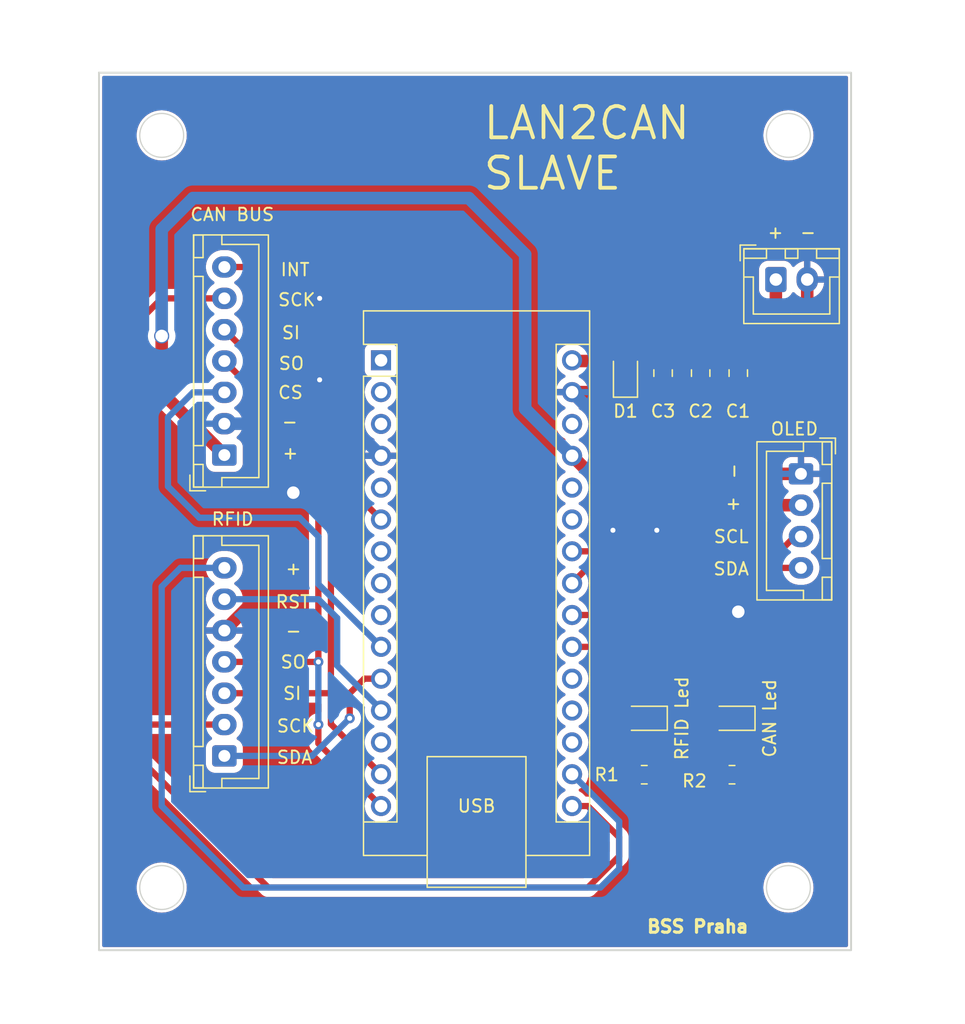
<source format=kicad_pcb>
(kicad_pcb (version 20240108) (generator "pcbnew") (generator_version "8.0")
  (layers (0 "F.Cu" mixed) (31 "B.Cu" mixed) (34 "B.Paste" user) (35 "F.Paste" user) (36 "B.SilkS" user "B.Silkscreen") (37 "F.SilkS" user "F.Silkscreen") (38 "B.Mask" user) (39 "F.Mask" user) (44 "Edge.Cuts" user))
  (net 0 "")
  (net 4 "GND")
  (net 5 "/INT")
  (net 9 "/CS")
  (net 10 "/SDA")
  (net 11 "/RST")
  (net 13 "/SI")
  (net 14 "/SO")
  (net 15 "/SCK")
  (net 16 "+3.3V")
  (net 20 "/RFID_LED")
  (net 21 "/CAN_LED")
  (net 22 "/SDA_OLED")
  (net 25 "+5V")
  (net 27 "+12V")
  (net 28 "/CAN_R")
  (net 29 "/RFID_R")
  (net 30 "/SCL_OLED")
  (footprint "Connector_JST:JST_XH_B2B-XH-A_1x02_P2.50mm_Vertical" (layer "F.Cu") (at 154 59)
    (property "Reference" "J2" (hide yes))
    (property "Value" "Power")
    (fp_line (start -2.85 -2.75) (end -2.85 -1.5) (stroke (width 0.12)) (layer "F.SilkS"))
    (fp_line (start -2.56 -2.46) (end -2.56 3.51) (stroke (width 0.12)) (layer "F.SilkS"))
    (fp_line (start -2.56 3.51) (end 5.06 3.51) (stroke (width 0.12)) (layer "F.SilkS"))
    (fp_line (start -2.55 -2.45) (end -2.55 -1.7) (stroke (width 0.12)) (layer "F.SilkS"))
    (fp_line (start -2.55 -1.7) (end -0.75 -1.7) (stroke (width 0.12)) (layer "F.SilkS"))
    (fp_line (start -2.55 -0.2) (end -1.8 -0.2) (stroke (width 0.12)) (layer "F.SilkS"))
    (fp_line (start -1.8 -0.2) (end -1.8 2.75) (stroke (width 0.12)) (layer "F.SilkS"))
    (fp_line (start -1.8 2.75) (end 1.25 2.75) (stroke (width 0.12)) (layer "F.SilkS"))
    (fp_line (start -1.6 -2.75) (end -2.85 -2.75) (stroke (width 0.12)) (layer "F.SilkS"))
    (fp_line (start -0.75 -2.45) (end -2.55 -2.45) (stroke (width 0.12)) (layer "F.SilkS"))
    (fp_line (start -0.75 -1.7) (end -0.75 -2.45) (stroke (width 0.12)) (layer "F.SilkS"))
    (fp_line (start 0.75 -2.45) (end 0.75 -1.7) (stroke (width 0.12)) (layer "F.SilkS"))
    (fp_line (start 0.75 -1.7) (end 1.75 -1.7) (stroke (width 0.12)) (layer "F.SilkS"))
    (fp_line (start 1.75 -2.45) (end 0.75 -2.45) (stroke (width 0.12)) (layer "F.SilkS"))
    (fp_line (start 1.75 -1.7) (end 1.75 -2.45) (stroke (width 0.12)) (layer "F.SilkS"))
    (fp_line (start 3.25 -2.45) (end 3.25 -1.7) (stroke (width 0.12)) (layer "F.SilkS"))
    (fp_line (start 3.25 -1.7) (end 5.05 -1.7) (stroke (width 0.12)) (layer "F.SilkS"))
    (fp_line (start 4.3 -0.2) (end 4.3 2.75) (stroke (width 0.12)) (layer "F.SilkS"))
    (fp_line (start 4.3 2.75) (end 1.25 2.75) (stroke (width 0.12)) (layer "F.SilkS"))
    (fp_line (start 5.05 -2.45) (end 3.25 -2.45) (stroke (width 0.12)) (layer "F.SilkS"))
    (fp_line (start 5.05 -1.7) (end 5.05 -2.45) (stroke (width 0.12)) (layer "F.SilkS"))
    (fp_line (start 5.05 -0.2) (end 4.3 -0.2) (stroke (width 0.12)) (layer "F.SilkS"))
    (fp_line (start 5.06 -2.46) (end -2.56 -2.46) (stroke (width 0.12)) (layer "F.SilkS"))
    (fp_line (start 5.06 3.51) (end 5.06 -2.46) (stroke (width 0.12)) (layer "F.SilkS"))
    (pad "1" thru_hole roundrect (at 0 0) (size 1.7 2) (drill 1) (layers "*.Cu" "*.Mask") (roundrect_rratio 0.147059) (net 27 "+12V"))
    (pad "2" thru_hole oval (at 2.5 0) (size 1.7 2) (drill 1) (layers "*.Cu" "*.Mask") (net 4 "GND"))
  )
  (footprint "Connector_JST:JST_XH_B4B-XH-A_1x04_P2.50mm_Vertical" (layer "F.Cu") (at 156 74.5 -90)
    (property "Reference" "J6" (hide yes))
    (property "Value" "I2C_Display")
    (fp_line (start -2.56 3.51) (end 10.06 3.51) (stroke (width 0.12)) (layer "F.SilkS"))
    (fp_line (start 10.06 3.51) (end 10.06 -2.46) (stroke (width 0.12)) (layer "F.SilkS"))
    (fp_line (start -1.8 2.75) (end 3.75 2.75) (stroke (width 0.12)) (layer "F.SilkS"))
    (fp_line (start 9.3 2.75) (end 3.75 2.75) (stroke (width 0.12)) (layer "F.SilkS"))
    (fp_line (start -2.55 -0.2) (end -1.8 -0.2) (stroke (width 0.12)) (layer "F.SilkS"))
    (fp_line (start -1.8 -0.2) (end -1.8 2.75) (stroke (width 0.12)) (layer "F.SilkS"))
    (fp_line (start 9.3 -0.2) (end 9.3 2.75) (stroke (width 0.12)) (layer "F.SilkS"))
    (fp_line (start 10.05 -0.2) (end 9.3 -0.2) (stroke (width 0.12)) (layer "F.SilkS"))
    (fp_line (start -2.55 -1.7) (end -0.75 -1.7) (stroke (width 0.12)) (layer "F.SilkS"))
    (fp_line (start -0.75 -1.7) (end -0.75 -2.45) (stroke (width 0.12)) (layer "F.SilkS"))
    (fp_line (start 0.75 -1.7) (end 6.75 -1.7) (stroke (width 0.12)) (layer "F.SilkS"))
    (fp_line (start 6.75 -1.7) (end 6.75 -2.45) (stroke (width 0.12)) (layer "F.SilkS"))
    (fp_line (start 8.25 -1.7) (end 10.05 -1.7) (stroke (width 0.12)) (layer "F.SilkS"))
    (fp_line (start 10.05 -1.7) (end 10.05 -2.45) (stroke (width 0.12)) (layer "F.SilkS"))
    (fp_line (start -2.55 -2.45) (end -2.55 -1.7) (stroke (width 0.12)) (layer "F.SilkS"))
    (fp_line (start -0.75 -2.45) (end -2.55 -2.45) (stroke (width 0.12)) (layer "F.SilkS"))
    (fp_line (start 0.75 -2.45) (end 0.75 -1.7) (stroke (width 0.12)) (layer "F.SilkS"))
    (fp_line (start 6.75 -2.45) (end 0.75 -2.45) (stroke (width 0.12)) (layer "F.SilkS"))
    (fp_line (start 8.25 -2.45) (end 8.25 -1.7) (stroke (width 0.12)) (layer "F.SilkS"))
    (fp_line (start 10.05 -2.45) (end 8.25 -2.45) (stroke (width 0.12)) (layer "F.SilkS"))
    (fp_line (start -2.56 -2.46) (end -2.56 3.51) (stroke (width 0.12)) (layer "F.SilkS"))
    (fp_line (start 10.06 -2.46) (end -2.56 -2.46) (stroke (width 0.12)) (layer "F.SilkS"))
    (fp_line (start -2.85 -2.75) (end -2.85 -1.5) (stroke (width 0.12)) (layer "F.SilkS"))
    (fp_line (start -1.6 -2.75) (end -2.85 -2.75) (stroke (width 0.12)) (layer "F.SilkS"))
    (pad "1" thru_hole roundrect (at 0 0 270) (size 1.7 1.95) (drill 0.95) (layers "*.Cu" "*.Mask") (roundrect_rratio 0.147059) (net 4 "GND"))
    (pad "2" thru_hole oval (at 2.5 0 270) (size 1.7 1.95) (drill 0.95) (layers "*.Cu" "*.Mask") (net 25 "+5V"))
    (pad "3" thru_hole oval (at 5 0 270) (size 1.7 1.95) (drill 0.95) (layers "*.Cu" "*.Mask") (net 30 "/SCL_OLED"))
    (pad "4" thru_hole oval (at 7.5 0 270) (size 1.7 1.95) (drill 0.95) (layers "*.Cu" "*.Mask") (net 22 "/SDA_OLED"))
  )
  (footprint "LED_SMD:LED_0805_2012Metric_Pad1.15x1.40mm_HandSolder" (layer "F.Cu") (at 150.475 94 180)
    (property "Reference" "CAN Led" (at -3.025 0 90) (layer "F.SilkS"))
    (property "Value" "LED")
    (fp_line (start 1 -0.96) (end -1.86 -0.96) (stroke (width 0.12)) (layer "F.SilkS"))
    (fp_line (start -1.86 0.96) (end 1 0.96) (stroke (width 0.12)) (layer "F.SilkS"))
    (fp_line (start -1.86 -0.96) (end -1.86 0.96) (stroke (width 0.12)) (layer "F.SilkS"))
    (pad "1" smd roundrect (at -1.025 0 180) (size 1.15 1.4) (layers "F.Cu" "F.Paste" "F.Mask") (roundrect_rratio 0.217391) (net 21 "/CAN_LED"))
    (pad "2" smd roundrect (at 1.025 0 180) (size 1.15 1.4) (layers "F.Cu" "F.Paste" "F.Mask") (roundrect_rratio 0.217391) (net 28 "/CAN_R"))
  )
  (footprint "Module:Arduino_Nano" (layer "F.Cu") (at 122.5 65.44)
    (property "Reference" "A1" (hide yes))
    (property "Value" "Arduino_Nano_v3.x")
    (fp_line (start -1.4 -3.94) (end -1.4 -1.27) (stroke (width 0.12)) (layer "F.SilkS"))
    (fp_line (start -1.4 1.27) (end -1.4 39.5) (stroke (width 0.12)) (layer "F.SilkS"))
    (fp_line (start -1.4 39.5) (end 3.68 39.5) (stroke (width 0.12)) (layer "F.SilkS"))
    (fp_line (start 1.27 -1.27) (end -1.4 -1.27) (stroke (width 0.12)) (layer "F.SilkS"))
    (fp_line (start 1.27 1.27) (end -1.4 1.27) (stroke (width 0.12)) (layer "F.SilkS"))
    (fp_line (start 1.27 1.27) (end 1.27 -1.27) (stroke (width 0.12)) (layer "F.SilkS"))
    (fp_line (start 1.27 1.27) (end 1.27 36.83) (stroke (width 0.12)) (layer "F.SilkS"))
    (fp_line (start 1.27 36.83) (end -1.4 36.83) (stroke (width 0.12)) (layer "F.SilkS"))
    (fp_line (start 3.68 31.62) (end 11.56 31.62) (stroke (width 0.12)) (layer "F.SilkS"))
    (fp_line (start 3.68 42.04) (end 3.68 31.62) (stroke (width 0.12)) (layer "F.SilkS"))
    (fp_line (start 11.56 31.62) (end 11.56 42.04) (stroke (width 0.12)) (layer "F.SilkS"))
    (fp_line (start 11.56 42.04) (end 3.68 42.04) (stroke (width 0.12)) (layer "F.SilkS"))
    (fp_line (start 13.97 -1.27) (end 13.97 36.83) (stroke (width 0.12)) (layer "F.SilkS"))
    (fp_line (start 13.97 -1.27) (end 16.64 -1.27) (stroke (width 0.12)) (layer "F.SilkS"))
    (fp_line (start 13.97 36.83) (end 16.64 36.83) (stroke (width 0.12)) (layer "F.SilkS"))
    (fp_line (start 16.64 -3.94) (end -1.4 -3.94) (stroke (width 0.12)) (layer "F.SilkS"))
    (fp_line (start 16.64 39.5) (end 11.56 39.5) (stroke (width 0.12)) (layer "F.SilkS"))
    (fp_line (start 16.64 39.5) (end 16.64 -3.94) (stroke (width 0.12)) (layer "F.SilkS"))
    (fp_text user "USB" (at 7.62 35.56 0) (layer "F.SilkS"))
    (pad "1" thru_hole rect (at 0 0) (size 1.6 1.6) (drill 1) (layers "*.Cu" "*.Mask"))
    (pad "2" thru_hole oval (at 0 2.54) (size 1.6 1.6) (drill 1) (layers "*.Cu" "*.Mask"))
    (pad "3" thru_hole oval (at 0 5.08) (size 1.6 1.6) (drill 1) (layers "*.Cu" "*.Mask"))
    (pad "4" thru_hole oval (at 0 7.62) (size 1.6 1.6) (drill 1) (layers "*.Cu" "*.Mask") (net 4 "GND"))
    (pad "5" thru_hole oval (at 0 10.16) (size 1.6 1.6) (drill 1) (layers "*.Cu" "*.Mask"))
    (pad "6" thru_hole oval (at 0 12.7) (size 1.6 1.6) (drill 1) (layers "*.Cu" "*.Mask") (net 5 "/INT"))
    (pad "7" thru_hole oval (at 0 15.24) (size 1.6 1.6) (drill 1) (layers "*.Cu" "*.Mask"))
    (pad "8" thru_hole oval (at 0 17.78) (size 1.6 1.6) (drill 1) (layers "*.Cu" "*.Mask"))
    (pad "9" thru_hole oval (at 0 20.32) (size 1.6 1.6) (drill 1) (layers "*.Cu" "*.Mask"))
    (pad "10" thru_hole oval (at 0 22.86) (size 1.6 1.6) (drill 1) (layers "*.Cu" "*.Mask") (net 9 "/CS"))
    (pad "11" thru_hole oval (at 0 25.4) (size 1.6 1.6) (drill 1) (layers "*.Cu" "*.Mask") (net 10 "/SDA"))
    (pad "12" thru_hole oval (at 0 27.94) (size 1.6 1.6) (drill 1) (layers "*.Cu" "*.Mask") (net 11 "/RST"))
    (pad "13" thru_hole oval (at 0 30.48) (size 1.6 1.6) (drill 1) (layers "*.Cu" "*.Mask"))
    (pad "14" thru_hole oval (at 0 33.02) (size 1.6 1.6) (drill 1) (layers "*.Cu" "*.Mask") (net 13 "/SI"))
    (pad "15" thru_hole oval (at 0 35.56) (size 1.6 1.6) (drill 1) (layers "*.Cu" "*.Mask") (net 14 "/SO"))
    (pad "16" thru_hole oval (at 15.24 35.56) (size 1.6 1.6) (drill 1) (layers "*.Cu" "*.Mask") (net 15 "/SCK"))
    (pad "17" thru_hole oval (at 15.24 33.02) (size 1.6 1.6) (drill 1) (layers "*.Cu" "*.Mask") (net 16 "+3.3V"))
    (pad "18" thru_hole oval (at 15.24 30.48) (size 1.6 1.6) (drill 1) (layers "*.Cu" "*.Mask"))
    (pad "19" thru_hole oval (at 15.24 27.94) (size 1.6 1.6) (drill 1) (layers "*.Cu" "*.Mask"))
    (pad "20" thru_hole oval (at 15.24 25.4) (size 1.6 1.6) (drill 1) (layers "*.Cu" "*.Mask"))
    (pad "21" thru_hole oval (at 15.24 22.86) (size 1.6 1.6) (drill 1) (layers "*.Cu" "*.Mask") (net 20 "/RFID_LED"))
    (pad "22" thru_hole oval (at 15.24 20.32) (size 1.6 1.6) (drill 1) (layers "*.Cu" "*.Mask") (net 21 "/CAN_LED"))
    (pad "23" thru_hole oval (at 15.24 17.78) (size 1.6 1.6) (drill 1) (layers "*.Cu" "*.Mask") (net 22 "/SDA_OLED"))
    (pad "24" thru_hole oval (at 15.24 15.24) (size 1.6 1.6) (drill 1) (layers "*.Cu" "*.Mask") (net 30 "/SCL_OLED"))
    (pad "25" thru_hole oval (at 15.24 12.7) (size 1.6 1.6) (drill 1) (layers "*.Cu" "*.Mask"))
    (pad "26" thru_hole oval (at 15.24 10.16) (size 1.6 1.6) (drill 1) (layers "*.Cu" "*.Mask"))
    (pad "27" thru_hole oval (at 15.24 7.62) (size 1.6 1.6) (drill 1) (layers "*.Cu" "*.Mask") (net 25 "+5V"))
    (pad "28" thru_hole oval (at 15.24 5.08) (size 1.6 1.6) (drill 1) (layers "*.Cu" "*.Mask"))
    (pad "29" thru_hole oval (at 15.24 2.54) (size 1.6 1.6) (drill 1) (layers "*.Cu" "*.Mask") (net 4 "GND"))
    (pad "30" thru_hole oval (at 15.24 0) (size 1.6 1.6) (drill 1) (layers "*.Cu" "*.Mask") (net 27 "+12V"))
  )
  (footprint "Connector_JST:JST_XH_B7B-XH-A_1x07_P2.50mm_Vertical" (layer "F.Cu") (at 110 97 90)
    (property "Reference" "J1" (hide yes))
    (property "Value" "RFID")
    (fp_line (start -1.6 -2.75) (end -2.85 -2.75) (stroke (width 0.12)) (layer "F.SilkS"))
    (fp_line (start -2.85 -2.75) (end -2.85 -1.5) (stroke (width 0.12)) (layer "F.SilkS"))
    (fp_line (start 17.56 -2.46) (end -2.56 -2.46) (stroke (width 0.12)) (layer "F.SilkS"))
    (fp_line (start -2.56 -2.46) (end -2.56 3.51) (stroke (width 0.12)) (layer "F.SilkS"))
    (fp_line (start 17.55 -2.45) (end 15.75 -2.45) (stroke (width 0.12)) (layer "F.SilkS"))
    (fp_line (start 15.75 -2.45) (end 15.75 -1.7) (stroke (width 0.12)) (layer "F.SilkS"))
    (fp_line (start 14.25 -2.45) (end 0.75 -2.45) (stroke (width 0.12)) (layer "F.SilkS"))
    (fp_line (start 0.75 -2.45) (end 0.75 -1.7) (stroke (width 0.12)) (layer "F.SilkS"))
    (fp_line (start -0.75 -2.45) (end -2.55 -2.45) (stroke (width 0.12)) (layer "F.SilkS"))
    (fp_line (start -2.55 -2.45) (end -2.55 -1.7) (stroke (width 0.12)) (layer "F.SilkS"))
    (fp_line (start 17.55 -1.7) (end 17.55 -2.45) (stroke (width 0.12)) (layer "F.SilkS"))
    (fp_line (start 15.75 -1.7) (end 17.55 -1.7) (stroke (width 0.12)) (layer "F.SilkS"))
    (fp_line (start 14.25 -1.7) (end 14.25 -2.45) (stroke (width 0.12)) (layer "F.SilkS"))
    (fp_line (start 0.75 -1.7) (end 14.25 -1.7) (stroke (width 0.12)) (layer "F.SilkS"))
    (fp_line (start -0.75 -1.7) (end -0.75 -2.45) (stroke (width 0.12)) (layer "F.SilkS"))
    (fp_line (start -2.55 -1.7) (end -0.75 -1.7) (stroke (width 0.12)) (layer "F.SilkS"))
    (fp_line (start 17.55 -0.2) (end 16.8 -0.2) (stroke (width 0.12)) (layer "F.SilkS"))
    (fp_line (start 16.8 -0.2) (end 16.8 2.75) (stroke (width 0.12)) (layer "F.SilkS"))
    (fp_line (start -1.8 -0.2) (end -1.8 2.75) (stroke (width 0.12)) (layer "F.SilkS"))
    (fp_line (start -2.55 -0.2) (end -1.8 -0.2) (stroke (width 0.12)) (layer "F.SilkS"))
    (fp_line (start 16.8 2.75) (end 7.5 2.75) (stroke (width 0.12)) (layer "F.SilkS"))
    (fp_line (start -1.8 2.75) (end 7.5 2.75) (stroke (width 0.12)) (layer "F.SilkS"))
    (fp_line (start 17.56 3.51) (end 17.56 -2.46) (stroke (width 0.12)) (layer "F.SilkS"))
    (fp_line (start -2.56 3.51) (end 17.56 3.51) (stroke (width 0.12)) (layer "F.SilkS"))
    (pad "1" thru_hole roundrect (at 0 0 90) (size 1.7 1.95) (drill 0.95) (layers "*.Cu" "*.Mask") (roundrect_rratio 0.147059) (net 10 "/SDA"))
    (pad "2" thru_hole oval (at 2.5 0 90) (size 1.7 1.95) (drill 0.95) (layers "*.Cu" "*.Mask") (net 15 "/SCK"))
    (pad "3" thru_hole oval (at 5 0 90) (size 1.7 1.95) (drill 0.95) (layers "*.Cu" "*.Mask") (net 13 "/SI"))
    (pad "4" thru_hole oval (at 7.5 0 90) (size 1.7 1.95) (drill 0.95) (layers "*.Cu" "*.Mask") (net 14 "/SO"))
    (pad "5" thru_hole oval (at 10 0 90) (size 1.7 1.95) (drill 0.95) (layers "*.Cu" "*.Mask") (net 4 "GND"))
    (pad "6" thru_hole oval (at 12.5 0 90) (size 1.7 1.95) (drill 0.95) (layers "*.Cu" "*.Mask") (net 11 "/RST"))
    (pad "7" thru_hole oval (at 15 0 90) (size 1.7 1.95) (drill 0.95) (layers "*.Cu" "*.Mask") (net 16 "+3.3V"))
  )
  (footprint "Capacitor_SMD:C_0805_2012Metric_Pad1.18x1.45mm_HandSolder" (layer "F.Cu") (at 151 66.4625 -90)
    (property "Reference" "C1" (at 3.0375 0.02 180) (layer "F.SilkS"))
    (property "Value" "C")
    (fp_line (start -0.261252 0.735) (end 0.261252 0.735) (stroke (width 0.12)) (layer "F.SilkS"))
    (fp_line (start -0.261252 -0.735) (end 0.261252 -0.735) (stroke (width 0.12)) (layer "F.SilkS"))
    (pad "1" smd roundrect (at -1.0375 0 270) (size 1.175 1.45) (layers "F.Cu" "F.Paste" "F.Mask") (roundrect_rratio 0.212766) (net 27 "+12V"))
    (pad "2" smd roundrect (at 1.0375 0 270) (size 1.175 1.45) (layers "F.Cu" "F.Paste" "F.Mask") (roundrect_rratio 0.212766) (net 4 "GND"))
  )
  (footprint "Connector_JST:JST_XH_B7B-XH-A_1x07_P2.50mm_Vertical" (layer "F.Cu") (at 110 73 90)
    (property "Reference" "J3" (hide yes))
    (property "Value" "CAN_BUS")
    (fp_line (start -1.6 -2.75) (end -2.85 -2.75) (stroke (width 0.12)) (layer "F.SilkS"))
    (fp_line (start -2.85 -2.75) (end -2.85 -1.5) (stroke (width 0.12)) (layer "F.SilkS"))
    (fp_line (start 17.56 -2.46) (end -2.56 -2.46) (stroke (width 0.12)) (layer "F.SilkS"))
    (fp_line (start -2.56 -2.46) (end -2.56 3.51) (stroke (width 0.12)) (layer "F.SilkS"))
    (fp_line (start 17.55 -2.45) (end 15.75 -2.45) (stroke (width 0.12)) (layer "F.SilkS"))
    (fp_line (start 15.75 -2.45) (end 15.75 -1.7) (stroke (width 0.12)) (layer "F.SilkS"))
    (fp_line (start 14.25 -2.45) (end 0.75 -2.45) (stroke (width 0.12)) (layer "F.SilkS"))
    (fp_line (start 0.75 -2.45) (end 0.75 -1.7) (stroke (width 0.12)) (layer "F.SilkS"))
    (fp_line (start -0.75 -2.45) (end -2.55 -2.45) (stroke (width 0.12)) (layer "F.SilkS"))
    (fp_line (start -2.55 -2.45) (end -2.55 -1.7) (stroke (width 0.12)) (layer "F.SilkS"))
    (fp_line (start 17.55 -1.7) (end 17.55 -2.45) (stroke (width 0.12)) (layer "F.SilkS"))
    (fp_line (start 15.75 -1.7) (end 17.55 -1.7) (stroke (width 0.12)) (layer "F.SilkS"))
    (fp_line (start 14.25 -1.7) (end 14.25 -2.45) (stroke (width 0.12)) (layer "F.SilkS"))
    (fp_line (start 0.75 -1.7) (end 14.25 -1.7) (stroke (width 0.12)) (layer "F.SilkS"))
    (fp_line (start -0.75 -1.7) (end -0.75 -2.45) (stroke (width 0.12)) (layer "F.SilkS"))
    (fp_line (start -2.55 -1.7) (end -0.75 -1.7) (stroke (width 0.12)) (layer "F.SilkS"))
    (fp_line (start 17.55 -0.2) (end 16.8 -0.2) (stroke (width 0.12)) (layer "F.SilkS"))
    (fp_line (start 16.8 -0.2) (end 16.8 2.75) (stroke (width 0.12)) (layer "F.SilkS"))
    (fp_line (start -1.8 -0.2) (end -1.8 2.75) (stroke (width 0.12)) (layer "F.SilkS"))
    (fp_line (start -2.55 -0.2) (end -1.8 -0.2) (stroke (width 0.12)) (layer "F.SilkS"))
    (fp_line (start 16.8 2.75) (end 7.5 2.75) (stroke (width 0.12)) (layer "F.SilkS"))
    (fp_line (start -1.8 2.75) (end 7.5 2.75) (stroke (width 0.12)) (layer "F.SilkS"))
    (fp_line (start 17.56 3.51) (end 17.56 -2.46) (stroke (width 0.12)) (layer "F.SilkS"))
    (fp_line (start -2.56 3.51) (end 17.56 3.51) (stroke (width 0.12)) (layer "F.SilkS"))
    (pad "1" thru_hole roundrect (at 0 0 90) (size 1.7 1.95) (drill 0.95) (layers "*.Cu" "*.Mask") (roundrect_rratio 0.147059) (net 25 "+5V"))
    (pad "2" thru_hole oval (at 2.5 0 90) (size 1.7 1.95) (drill 0.95) (layers "*.Cu" "*.Mask") (net 4 "GND"))
    (pad "3" thru_hole oval (at 5 0 90) (size 1.7 1.95) (drill 0.95) (layers "*.Cu" "*.Mask") (net 9 "/CS"))
    (pad "4" thru_hole oval (at 7.5 0 90) (size 1.7 1.95) (drill 0.95) (layers "*.Cu" "*.Mask") (net 14 "/SO"))
    (pad "5" thru_hole oval (at 10 0 90) (size 1.7 1.95) (drill 0.95) (layers "*.Cu" "*.Mask") (net 13 "/SI"))
    (pad "6" thru_hole oval (at 12.5 0 90) (size 1.7 1.95) (drill 0.95) (layers "*.Cu" "*.Mask") (net 15 "/SCK"))
    (pad "7" thru_hole oval (at 15 0 90) (size 1.7 1.95) (drill 0.95) (layers "*.Cu" "*.Mask") (net 5 "/INT"))
  )
  (footprint "Resistor_SMD:R_0805_2012Metric_Pad1.20x1.40mm_HandSolder" (layer "F.Cu") (at 150.5 98.5 180)
    (property "Reference" "R2" (at 3 -0.5 180) (layer "F.SilkS"))
    (property "Value" "330R")
    (fp_line (start -0.227064 0.735) (end 0.227064 0.735) (stroke (width 0.12)) (layer "F.SilkS"))
    (fp_line (start -0.227064 -0.735) (end 0.227064 -0.735) (stroke (width 0.12)) (layer "F.SilkS"))
    (pad "1" smd roundrect (at -1 0 180) (size 1.2 1.4) (layers "F.Cu" "F.Paste" "F.Mask") (roundrect_rratio 0.208333) (net 4 "GND"))
    (pad "2" smd roundrect (at 1 0 180) (size 1.2 1.4) (layers "F.Cu" "F.Paste" "F.Mask") (roundrect_rratio 0.208333) (net 28 "/CAN_R"))
  )
  (footprint "Capacitor_SMD:C_0805_2012Metric_Pad1.18x1.45mm_HandSolder" (layer "F.Cu") (at 148 66.4625 -90)
    (property "Reference" "C2" (at 3.0375 0.01 180) (layer "F.SilkS"))
    (property "Value" "C")
    (fp_line (start -0.261252 0.735) (end 0.261252 0.735) (stroke (width 0.12)) (layer "F.SilkS"))
    (fp_line (start -0.261252 -0.735) (end 0.261252 -0.735) (stroke (width 0.12)) (layer "F.SilkS"))
    (pad "1" smd roundrect (at -1.0375 0 270) (size 1.175 1.45) (layers "F.Cu" "F.Paste" "F.Mask") (roundrect_rratio 0.212766) (net 27 "+12V"))
    (pad "2" smd roundrect (at 1.0375 0 270) (size 1.175 1.45) (layers "F.Cu" "F.Paste" "F.Mask") (roundrect_rratio 0.212766) (net 4 "GND"))
  )
  (footprint "LED_SMD:LED_0805_2012Metric_Pad1.15x1.40mm_HandSolder" (layer "F.Cu") (at 143.475 94 180)
    (property "Reference" "RFID Led" (at -3.025 0 -90) (layer "F.SilkS"))
    (property "Value" "LED")
    (fp_line (start 1 -0.96) (end -1.86 -0.96) (stroke (width 0.12)) (layer "F.SilkS"))
    (fp_line (start -1.86 0.96) (end 1 0.96) (stroke (width 0.12)) (layer "F.SilkS"))
    (fp_line (start -1.86 -0.96) (end -1.86 0.96) (stroke (width 0.12)) (layer "F.SilkS"))
    (pad "1" smd roundrect (at -1.025 0 180) (size 1.15 1.4) (layers "F.Cu" "F.Paste" "F.Mask") (roundrect_rratio 0.217391) (net 20 "/RFID_LED"))
    (pad "2" smd roundrect (at 1.025 0 180) (size 1.15 1.4) (layers "F.Cu" "F.Paste" "F.Mask") (roundrect_rratio 0.217391) (net 29 "/RFID_R"))
  )
  (footprint "Resistor_SMD:R_0805_2012Metric_Pad1.20x1.40mm_HandSolder" (layer "F.Cu") (at 143.5 98.5)
    (property "Reference" "R1" (at -3 0 0) (layer "F.SilkS"))
    (property "Value" "330R")
    (fp_line (start -0.227064 -0.735) (end 0.227064 -0.735) (stroke (width 0.12)) (layer "F.SilkS"))
    (fp_line (start -0.227064 0.735) (end 0.227064 0.735) (stroke (width 0.12)) (layer "F.SilkS"))
    (pad "1" smd roundrect (at -1 0) (size 1.2 1.4) (layers "F.Cu" "F.Paste" "F.Mask") (roundrect_rratio 0.208333) (net 29 "/RFID_R"))
    (pad "2" smd roundrect (at 1 0) (size 1.2 1.4) (layers "F.Cu" "F.Paste" "F.Mask") (roundrect_rratio 0.208333) (net 4 "GND"))
  )
  (footprint "Capacitor_SMD:C_0805_2012Metric_Pad1.18x1.45mm_HandSolder" (layer "F.Cu") (at 145 66.4625 -90)
    (property "Reference" "C3" (at 3.0375 0 180) (layer "F.SilkS"))
    (property "Value" "C")
    (fp_line (start -0.261252 0.735) (end 0.261252 0.735) (stroke (width 0.12)) (layer "F.SilkS"))
    (fp_line (start -0.261252 -0.735) (end 0.261252 -0.735) (stroke (width 0.12)) (layer "F.SilkS"))
    (pad "1" smd roundrect (at -1.0375 0 270) (size 1.175 1.45) (layers "F.Cu" "F.Paste" "F.Mask") (roundrect_rratio 0.212766) (net 27 "+12V"))
    (pad "2" smd roundrect (at 1.0375 0 270) (size 1.175 1.45) (layers "F.Cu" "F.Paste" "F.Mask") (roundrect_rratio 0.212766) (net 4 "GND"))
  )
  (footprint "Diode_SMD:D_0805_2012Metric_Pad1.15x1.40mm_HandSolder" (layer "F.Cu") (at 142 66.525 90)
    (property "Reference" "D1" (at -2.975 0 0) (layer "F.SilkS"))
    (property "Value" "TVS DIODA")
    (fp_line (start 1 -0.96) (end -1.86 -0.96) (stroke (width 0.12)) (layer "F.SilkS"))
    (fp_line (start -1.86 -0.96) (end -1.86 0.96) (stroke (width 0.12)) (layer "F.SilkS"))
    (fp_line (start -1.86 0.96) (end 1 0.96) (stroke (width 0.12)) (layer "F.SilkS"))
    (pad "1" smd roundrect (at -1.025 0 90) (size 1.15 1.4) (layers "F.Cu" "F.Paste" "F.Mask") (roundrect_rratio 0.217391) (net 4 "GND"))
    (pad "2" smd roundrect (at 1.025 0 90) (size 1.15 1.4) (layers "F.Cu" "F.Paste" "F.Mask") (roundrect_rratio 0.217391) (net 27 "+12V"))
  )
  (gr_circle (center 155 47.5) (end 156.75 47.5) (stroke (width 0.1)) (fill none) (layer "Edge.Cuts"))
  (gr_circle (center 105 107.5) (end 106.75 107.5) (stroke (width 0.1)) (fill none) (layer "Edge.Cuts"))
  (gr_circle (center 155 107.5) (end 156.75 107.5) (stroke (width 0.1)) (fill none) (layer "Edge.Cuts"))
  (gr_rect (start 100 42.5) (end 160 112.5) (stroke (width 0.15)) (fill none) (layer "Edge.Cuts"))
  (gr_circle (center 105 47.5) (end 106.75 47.5) (stroke (width 0.1)) (fill none) (layer "Edge.Cuts"))
  (gr_text "OLED" (at 153.5 71.5 0) (layer "F.SilkS") (effects (font (size 1 1)) (justify left bottom)))
  (gr_text "-" (at 114.8 87.6 0) (layer "F.SilkS") (effects (font (size 1 1)) (justify left bottom)))
  (gr_text "SCK" (at 114.1 95.2 0) (layer "F.SilkS") (effects (font (size 1 1)) (justify left bottom)))
  (gr_text "SO" (at 114.4 90.1 0) (layer "F.SilkS") (effects (font (size 1 1)) (justify left bottom)))
  (gr_text "LAN2CAN \nSLAVE\n" (at 130.5 52 0) (layer "F.SilkS") (effects (font (size 2.5 2.5) (thickness 0.3)) (justify left bottom)))
  (gr_text "+" (at 153.249614 55.808368 0) (layer "F.SilkS") (effects (font (size 1 1)) (justify left bottom)))
  (gr_text "-" (at 155.845602 55.808368 0) (layer "F.SilkS") (effects (font (size 1 1)) (justify left bottom)))
  (gr_text "SCK" (at 114.2 61.2 0) (layer "F.SilkS") (effects (font (size 1 1)) (justify left bottom)))
  (gr_text "SCL" (at 148.956249 80.095833 0) (layer "F.SilkS") (effects (font (size 1 1)) (justify left bottom)))
  (gr_text "SI" (at 114.500771 63.83175 0) (layer "F.SilkS") (effects (font (size 1 1)) (justify left bottom)))
  (gr_text "INT" (at 114.4 58.8 0) (layer "F.SilkS") (effects (font (size 1 1)) (justify left bottom)))
  (gr_text "-" (at 114.500771 70.920795 0) (layer "F.SilkS") (effects (font (size 1 1)) (justify left bottom)))
  (gr_text "RST" (at 114 85.3 0) (layer "F.SilkS") (effects (font (size 1 1)) (justify left bottom)))
  (gr_text "SI" (at 114.6 92.6 0) (layer "F.SilkS") (effects (font (size 1 1)) (justify left bottom)))
  (gr_text "+" (at 115.773804 73.616628 90) (layer "F.SilkS") (effects (font (size 1 1)) (justify left bottom)))
  (gr_text "SO" (at 114.251157 66.27797 0) (layer "F.SilkS") (effects (font (size 1 1)) (justify left bottom)))
  (gr_text "RFID" (at 108.9 78.7 0) (layer "F.SilkS") (effects (font (size 1 1)) (justify left bottom)))
  (gr_text "+" (at 150.104474 76.201851 270) (layer "F.SilkS") (effects (font (size 1 1)) (justify left bottom)))
  (gr_text "SDA" (at 148.931287 82.66686 0) (layer "F.SilkS") (effects (font (size 1 1)) (justify left bottom)))
  (gr_text "SDA" (at 114.1 97.7 0) (layer "F.SilkS") (effects (font (size 1 1)) (justify left bottom)))
  (gr_text "BSS Praha" (at 143.6 111.2 0) (layer "F.SilkS") (effects (font (size 1 1) (thickness 0.25) (bold yes)) (justify left bottom)))
  (gr_text "-" (at 151.2 75 90) (layer "F.SilkS") (effects (font (size 1 1)) (justify left bottom)))
  (gr_text "CS\n" (at 114.2 68.6 0) (layer "F.SilkS") (effects (font (size 1 1)) (justify left bottom)))
  (gr_text "+" (at 115 81.4 270) (layer "F.SilkS") (effects (font (size 1 1)) (justify left bottom)))
  (gr_text "CAN BUS" (at 107.2 54.4 0) (layer "F.SilkS") (effects (font (size 1 1)) (justify left bottom)))
  (segment (start 148 102) (end 156.5 102) (width 1) (layer "F.Cu") (net 4))
  (segment (start 144.26 74.5) (end 137.74 67.98) (width 1) (layer "F.Cu") (net 4))
  (segment (start 157 101.5) (end 157 98.5) (width 1) (layer "F.Cu") (net 4))
  (segment (start 156.5 62.725) (end 151.725 67.5) (width 1) (layer "F.Cu") (net 4))
  (segment (start 157 98.5) (end 157 89.5) (width 1) (layer "F.Cu") (net 4))
  (segment (start 156.5 59) (end 156.5 62.725) (width 1) (layer "F.Cu") (net 4))
  (segment (start 148 67.5) (end 151 67.5) (width 1) (layer "F.Cu") (net 4))
  (segment (start 115.5 76) (end 115.5 81.5) (width 1) (layer "F.Cu") (net 4))
  (segment (start 156.5 102) (end 157 101.5) (width 1) (layer "F.Cu") (net 4))
  (segment (start 144.5 98.5) (end 148 102) (width 1) (layer "F.Cu") (net 4))
  (segment (start 151.725 67.5) (end 151 67.5) (width 1) (layer "F.Cu") (net 4))
  (segment (start 115.5 81.5) (end 110 87) (width 1) (layer "F.Cu") (net 4))
  (segment (start 141.57 67.98) (end 142 67.55) (width 1) (layer "F.Cu") (net 4))
  (segment (start 137.74 67.98) (end 141.57 67.98) (width 1) (layer "F.Cu") (net 4))
  (segment (start 144.95 67.55) (end 145 67.5) (width 1) (layer "F.Cu") (net 4))
  (segment (start 156 74.5) (end 144.26 74.5) (width 1) (layer "F.Cu") (net 4))
  (segment (start 151.5 98.5) (end 157 98.5) (width 1) (layer "F.Cu") (net 4))
  (segment (start 153 85.5) (end 151 85.5) (width 1) (layer "F.Cu") (net 4))
  (segment (start 142 67.55) (end 144.95 67.55) (width 1) (layer "F.Cu") (net 4))
  (segment (start 157 89.5) (end 153 85.5) (width 1) (layer "F.Cu") (net 4))
  (segment (start 145 67.5) (end 148 67.5) (width 1) (layer "F.Cu") (net 4))
  (via (at 144.5 79) (size 0.8) (drill 0.4) (layers "F.Cu" "B.Cu") (net 4))
  (via (at 117.6 60.5) (size 0.8) (drill 0.4) (layers "F.Cu" "B.Cu") (net 4))
  (via (at 141 79) (size 0.8) (drill 0.4) (layers "F.Cu" "B.Cu") (net 4))
  (via (at 151 85.5) (size 1.2) (drill 1) (layers "F.Cu" "B.Cu") (net 4))
  (via (at 117.6 67) (size 0.8) (drill 0.4) (layers "F.Cu" "B.Cu") (net 4))
  (via (at 115.5 76) (size 1.2) (drill 1) (layers "F.Cu" "B.Cu") (net 4))
  (segment (start 146.76 81.26) (end 151 85.5) (width 1) (layer "B.Cu") (net 4))
  (segment (start 115.5 70.5) (end 119.94 70.5) (width 1) (layer "B.Cu") (net 4))
  (segment (start 146.76 77) (end 137.74 67.98) (width 1) (layer "B.Cu") (net 4))
  (segment (start 119.94 70.5) (end 122.5 73.06) (width 1) (layer "B.Cu") (net 4))
  (segment (start 110 70.5) (end 115.5 70.5) (width 1) (layer "B.Cu") (net 4))
  (segment (start 146.76 77) (end 146.76 81.26) (width 1) (layer "B.Cu") (net 4))
  (segment (start 115.5 70.5) (end 115.5 76) (width 1) (layer "B.Cu") (net 4))
  (segment (start 110 58) (end 117.5 58) (width 0.5) (layer "F.Cu") (net 5))
  (segment (start 117.5 58) (end 119.5 60) (width 0.5) (layer "F.Cu") (net 5))
  (segment (start 119.5 60) (end 119.5 75.14) (width 0.5) (layer "F.Cu") (net 5))
  (segment (start 119.5 75.14) (end 122.5 78.14) (width 0.5) (layer "F.Cu") (net 5))
  (segment (start 105.5 75.5) (end 108 78) (width 0.5) (layer "B.Cu") (net 9))
  (segment (start 110 68) (end 107.5 68) (width 0.5) (layer "B.Cu") (net 9))
  (segment (start 108 78) (end 116 78) (width 0.5) (layer "B.Cu") (net 9))
  (segment (start 116 78) (end 117.5 79.5) (width 0.5) (layer "B.Cu") (net 9))
  (segment (start 117.5 79.5) (end 117.5 83.3) (width 0.5) (layer "B.Cu") (net 9))
  (segment (start 107.5 68) (end 105.5 70) (width 0.5) (layer "B.Cu") (net 9))
  (segment (start 117.5 83.3) (end 122.5 88.3) (width 0.5) (layer "B.Cu") (net 9))
  (segment (start 105.5 70) (end 105.5 75.5) (width 0.5) (layer "B.Cu") (net 9))
  (segment (start 122.5 90.84) (end 121.16 90.84) (width 0.5) (layer "F.Cu") (net 10))
  (segment (start 121.16 90.84) (end 120 92) (width 0.5) (layer "F.Cu") (net 10))
  (segment (start 120 92) (end 120 94) (width 0.5) (layer "F.Cu") (net 10))
  (via (at 120 94) (size 0.8) (drill 0.4) (layers "F.Cu" "B.Cu") (net 10))
  (segment (start 117 97) (end 110 97) (width 0.5) (layer "B.Cu") (net 10))
  (segment (start 120 94) (end 117 97) (width 0.5) (layer "B.Cu") (net 10))
  (segment (start 122.5 93.297918) (end 119 89.797918) (width 0.5) (layer "B.Cu") (net 11))
  (segment (start 122.5 93.38) (end 122.5 93.297918) (width 0.5) (layer "B.Cu") (net 11))
  (segment (start 119 89.797918) (end 119 86) (width 0.5) (layer "B.Cu") (net 11))
  (segment (start 119 86) (end 117.5 84.5) (width 0.5) (layer "B.Cu") (net 11))
  (segment (start 117.5 84.5) (end 110 84.5) (width 0.5) (layer "B.Cu") (net 11))
  (segment (start 118.5 92) (end 118.5 94.46) (width 0.5) (layer "F.Cu") (net 13))
  (segment (start 110 63) (end 118.5 71.5) (width 0.5) (layer "F.Cu") (net 13))
  (segment (start 118.5 71.5) (end 118.5 92) (width 0.5) (layer "F.Cu") (net 13))
  (segment (start 110 92) (end 118.5 92) (width 0.5) (layer "F.Cu") (net 13))
  (segment (start 118.5 94.46) (end 122.5 98.46) (width 0.5) (layer "F.Cu") (net 13))
  (segment (start 117.5 94.5) (end 117.5 96) (width 0.5) (layer "F.Cu") (net 14))
  (segment (start 117.5 96) (end 122.5 101) (width 0.5) (layer "F.Cu") (net 14))
  (segment (start 110 65.5) (end 117.5 73) (width 0.5) (layer "F.Cu") (net 14))
  (segment (start 117.5 73) (end 117.5 89.5) (width 0.5) (layer "F.Cu") (net 14))
  (segment (start 110 89.5) (end 117.5 89.5) (width 0.5) (layer "F.Cu") (net 14))
  (via (at 117.5 94.5) (size 0.8) (drill 0.4) (layers "F.Cu" "B.Cu") (net 14))
  (via (at 117.5 89.5) (size 0.8) (drill 0.4) (layers "F.Cu" "B.Cu") (net 14))
  (segment (start 117.5 89.5) (end 117.5 94.5) (width 0.5) (layer "B.Cu") (net 14))
  (segment (start 139 101) (end 137.74 101) (width 0.5) (layer "F.Cu") (net 15))
  (segment (start 103 94.5) (end 103 97) (width 0.5) (layer "F.Cu") (net 15))
  (segment (start 103 97) (end 113.5 107.5) (width 0.5) (layer "F.Cu") (net 15))
  (segment (start 141.5 103.5) (end 139 101) (width 0.5) (layer "F.Cu") (net 15))
  (segment (start 103 62.5) (end 103 94.5) (width 0.5) (layer "F.Cu") (net 15))
  (segment (start 139 107.5) (end 141.5 105) (width 0.5) (layer "F.Cu") (net 15))
  (segment (start 113.5 107.5) (end 139 107.5) (width 0.5) (layer "F.Cu") (net 15))
  (segment (start 141.5 105) (end 141.5 103.5) (width 0.5) (layer "F.Cu") (net 15))
  (segment (start 110 60.5) (end 105 60.5) (width 0.5) (layer "F.Cu") (net 15))
  (segment (start 110 94.5) (end 103 94.5) (width 0.5) (layer "F.Cu") (net 15))
  (segment (start 105 60.5) (end 103 62.5) (width 0.5) (layer "F.Cu") (net 15))
  (segment (start 111.5 107.5) (end 140 107.5) (width 0.5) (layer "B.Cu") (net 16))
  (segment (start 106.5 82) (end 105 83.5) (width 0.5) (layer "B.Cu") (net 16))
  (segment (start 141.5 102.22) (end 137.74 98.46) (width 0.5) (layer "B.Cu") (net 16))
  (segment (start 105 101) (end 111.5 107.5) (width 0.5) (layer "B.Cu") (net 16))
  (segment (start 110 82) (end 106.5 82) (width 0.5) (layer "B.Cu") (net 16))
  (segment (start 140 107.5) (end 141.5 106) (width 0.5) (layer "B.Cu") (net 16))
  (segment (start 105 83.5) (end 105 101) (width 0.5) (layer "B.Cu") (net 16))
  (segment (start 141.5 106) (end 141.5 102.22) (width 0.5) (layer "B.Cu") (net 16))
  (segment (start 144.5 91) (end 144.5 94) (width 0.5) (layer "F.Cu") (net 20))
  (segment (start 137.74 88.3) (end 141.8 88.3) (width 0.5) (layer "F.Cu") (net 20))
  (segment (start 141.8 88.3) (end 144.5 91) (width 0.5) (layer "F.Cu") (net 20))
  (segment (start 137.74 85.76) (end 149.26 85.76) (width 0.5) (layer "F.Cu") (net 21))
  (segment (start 149.26 85.76) (end 151.5 88) (width 0.5) (layer "F.Cu") (net 21))
  (segment (start 151.5 88) (end 151.5 94) (width 0.5) (layer "F.Cu") (net 21))
  (segment (start 156 82) (end 138.96 82) (width 0.5) (layer "F.Cu") (net 22))
  (segment (start 138.96 82) (end 137.74 83.22) (width 0.5) (layer "F.Cu") (net 22))
  (segment (start 141.68 77) (end 156 77) (width 1) (layer "F.Cu") (net 25))
  (segment (start 110 73) (end 105 68) (width 1) (layer "F.Cu") (net 25))
  (segment (start 105 68) (end 105 63.5) (width 1) (layer "F.Cu") (net 25))
  (segment (start 137.74 73.06) (end 141.68 77) (width 1) (layer "F.Cu") (net 25))
  (via (at 105 63.5) (size 1.2) (drill 1) (layers "F.Cu" "B.Cu") (net 25))
  (segment (start 134 69.32) (end 137.74 73.06) (width 1) (layer "B.Cu") (net 25))
  (segment (start 105 55) (end 107.5 52.5) (width 1) (layer "B.Cu") (net 25))
  (segment (start 107.5 52.5) (end 129.5 52.5) (width 1) (layer "B.Cu") (net 25))
  (segment (start 134 57) (end 134 69.32) (width 1) (layer "B.Cu") (net 25))
  (segment (start 105 63.5) (end 105 55) (width 1) (layer "B.Cu") (net 25))
  (segment (start 129.5 52.5) (end 134 57) (width 1) (layer "B.Cu") (net 25))
  (segment (start 154 62.425) (end 151 65.425) (width 1) (layer "F.Cu") (net 27))
  (segment (start 148 65.425) (end 145 65.425) (width 1) (layer "F.Cu") (net 27))
  (segment (start 154 59) (end 154 62.425) (width 1) (layer "F.Cu") (net 27))
  (segment (start 151 65.425) (end 148 65.425) (width 1) (layer "F.Cu") (net 27))
  (segment (start 142 65.5) (end 137.8 65.5) (width 1) (layer "F.Cu") (net 27))
  (segment (start 142.075 65.425) (end 142 65.5) (width 1) (layer "F.Cu") (net 27))
  (segment (start 137.8 65.5) (end 137.74 65.44) (width 1) (layer "F.Cu") (net 27))
  (segment (start 145 65.425) (end 142.075 65.425) (width 1) (layer "F.Cu") (net 27))
  (segment (start 149.45 98.45) (end 149.5 98.5) (width 0.5) (layer "F.Cu") (net 28))
  (segment (start 149.45 94) (end 149.45 98.45) (width 0.5) (layer "F.Cu") (net 28))
  (segment (start 142.45 94) (end 142.45 98.45) (width 0.5) (layer "F.Cu") (net 29))
  (segment (start 142.45 98.45) (end 142.5 98.5) (width 0.5) (layer "F.Cu") (net 29))
  (segment (start 155.5 79.5) (end 154.32 80.68) (width 0.5) (layer "F.Cu") (net 30))
  (segment (start 154.32 80.68) (end 137.74 80.68) (width 0.5) (layer "F.Cu") (net 30))
  (segment (start 156 79.5) (end 155.5 79.5) (width 0.5) (layer "F.Cu") (net 30))
  (zone (net 4) (net_name "GND") (layers "F&B.Cu") (connect_pads (clearance 0.5)) (min_thickness 0.25) (fill yes (thermal_gap 0.5) (thermal_bridge_width 0.5))
    (polygon (pts (xy 92.1 36.7) (xy 168.9 36.7) (xy 169.1 118.2) (xy 92.5 118.4)))
  )
)
</source>
